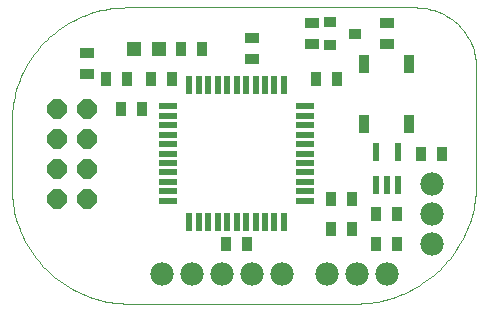
<source format=gts>
G75*
%MOIN*%
%OFA0B0*%
%FSLAX24Y24*%
%IPPOS*%
%LPD*%
%AMOC8*
5,1,8,0,0,1.08239X$1,22.5*
%
%ADD10C,0.0000*%
%ADD11R,0.0355X0.0512*%
%ADD12R,0.0512X0.0355*%
%ADD13R,0.0197X0.0631*%
%ADD14C,0.0780*%
%ADD15R,0.0512X0.0512*%
%ADD16R,0.0394X0.0355*%
%ADD17R,0.0340X0.0640*%
%ADD18R,0.0631X0.0213*%
%ADD19R,0.0213X0.0631*%
%ADD20OC8,0.0640*%
D10*
X004045Y000140D02*
X011608Y000140D01*
X011732Y000142D01*
X011856Y000148D01*
X011979Y000157D01*
X012103Y000170D01*
X012225Y000188D01*
X012347Y000209D01*
X012469Y000233D01*
X012590Y000262D01*
X012709Y000294D01*
X012828Y000329D01*
X012945Y000369D01*
X013062Y000412D01*
X013176Y000458D01*
X013290Y000508D01*
X013402Y000562D01*
X013512Y000619D01*
X013620Y000679D01*
X013726Y000743D01*
X013831Y000810D01*
X013933Y000880D01*
X014033Y000953D01*
X014131Y001029D01*
X014226Y001108D01*
X014319Y001190D01*
X014409Y001275D01*
X014497Y001363D01*
X014582Y001453D01*
X014664Y001546D01*
X014743Y001641D01*
X014819Y001739D01*
X014892Y001839D01*
X014962Y001941D01*
X015029Y002046D01*
X015093Y002152D01*
X015153Y002260D01*
X015210Y002370D01*
X015264Y002482D01*
X015314Y002596D01*
X015360Y002710D01*
X015403Y002827D01*
X015443Y002944D01*
X015478Y003063D01*
X015510Y003182D01*
X015539Y003303D01*
X015563Y003425D01*
X015584Y003547D01*
X015602Y003669D01*
X015615Y003793D01*
X015624Y003916D01*
X015630Y004040D01*
X015632Y004164D01*
X015632Y007984D01*
X015630Y008072D01*
X015624Y008161D01*
X015615Y008248D01*
X015601Y008336D01*
X015584Y008423D01*
X015563Y008508D01*
X015538Y008593D01*
X015510Y008677D01*
X015478Y008759D01*
X015442Y008840D01*
X015403Y008920D01*
X015361Y008997D01*
X015315Y009073D01*
X015266Y009146D01*
X015213Y009217D01*
X015158Y009286D01*
X015100Y009353D01*
X015039Y009417D01*
X014975Y009478D01*
X014908Y009536D01*
X014839Y009591D01*
X014768Y009644D01*
X014695Y009693D01*
X014619Y009739D01*
X014542Y009781D01*
X014462Y009820D01*
X014381Y009856D01*
X014299Y009888D01*
X014215Y009916D01*
X014130Y009941D01*
X014045Y009962D01*
X013958Y009979D01*
X013870Y009993D01*
X013783Y010002D01*
X013694Y010008D01*
X013606Y010010D01*
X003963Y010010D01*
X003840Y010008D01*
X003718Y010002D01*
X003596Y009992D01*
X003474Y009979D01*
X003353Y009961D01*
X003232Y009940D01*
X003112Y009914D01*
X002993Y009885D01*
X002875Y009852D01*
X002758Y009815D01*
X002643Y009775D01*
X002528Y009731D01*
X002416Y009683D01*
X002304Y009631D01*
X002195Y009576D01*
X002087Y009518D01*
X001981Y009456D01*
X001877Y009391D01*
X001776Y009323D01*
X001676Y009251D01*
X001579Y009176D01*
X001485Y009098D01*
X001393Y009017D01*
X001303Y008933D01*
X001217Y008847D01*
X001133Y008757D01*
X001052Y008665D01*
X000974Y008571D01*
X000899Y008474D01*
X000827Y008374D01*
X000759Y008273D01*
X000694Y008169D01*
X000632Y008063D01*
X000574Y007955D01*
X000519Y007846D01*
X000467Y007734D01*
X000419Y007622D01*
X000375Y007507D01*
X000335Y007392D01*
X000298Y007275D01*
X000265Y007157D01*
X000236Y007038D01*
X000210Y006918D01*
X000189Y006797D01*
X000171Y006676D01*
X000158Y006554D01*
X000148Y006432D01*
X000142Y006310D01*
X000140Y006187D01*
X000140Y004045D01*
X000142Y003922D01*
X000148Y003800D01*
X000157Y003678D01*
X000171Y003556D01*
X000188Y003434D01*
X000209Y003313D01*
X000234Y003193D01*
X000263Y003074D01*
X000295Y002956D01*
X000331Y002838D01*
X000371Y002722D01*
X000414Y002607D01*
X000461Y002494D01*
X000512Y002382D01*
X000566Y002272D01*
X000623Y002164D01*
X000684Y002057D01*
X000748Y001953D01*
X000815Y001850D01*
X000886Y001750D01*
X000959Y001652D01*
X001036Y001556D01*
X001116Y001463D01*
X001198Y001372D01*
X001284Y001284D01*
X001372Y001198D01*
X001463Y001116D01*
X001556Y001036D01*
X001652Y000959D01*
X001750Y000886D01*
X001850Y000815D01*
X001953Y000748D01*
X002057Y000684D01*
X002164Y000623D01*
X002272Y000566D01*
X002382Y000512D01*
X002494Y000461D01*
X002607Y000414D01*
X002722Y000371D01*
X002838Y000331D01*
X002956Y000295D01*
X003074Y000263D01*
X003193Y000234D01*
X003313Y000209D01*
X003434Y000188D01*
X003556Y000171D01*
X003678Y000157D01*
X003800Y000148D01*
X003922Y000142D01*
X004045Y000140D01*
D11*
X007286Y002140D03*
X007994Y002140D03*
X010786Y002640D03*
X011494Y002640D03*
X012286Y002140D03*
X012994Y002140D03*
X012994Y003140D03*
X012286Y003140D03*
X011494Y003640D03*
X010786Y003640D03*
X013786Y005140D03*
X014494Y005140D03*
X010994Y007640D03*
X010286Y007640D03*
X006494Y008640D03*
X005786Y008640D03*
X005494Y007640D03*
X004786Y007640D03*
X003994Y007640D03*
X003286Y007640D03*
X003786Y006640D03*
X004494Y006640D03*
D12*
X002640Y007786D03*
X002640Y008494D03*
X008140Y008286D03*
X008140Y008994D03*
X010140Y008786D03*
X010140Y009494D03*
X012640Y009494D03*
X012640Y008786D03*
D13*
X012270Y005202D03*
X013018Y005202D03*
X013018Y004080D03*
X012644Y004080D03*
X012270Y004080D03*
D14*
X014140Y004140D03*
X014140Y003140D03*
X014140Y002140D03*
X012640Y001140D03*
X011640Y001140D03*
X010640Y001140D03*
X009140Y001140D03*
X008140Y001140D03*
X007140Y001140D03*
X006140Y001140D03*
X005140Y001140D03*
D15*
X005053Y008640D03*
X004227Y008640D03*
D16*
X010746Y008766D03*
X011573Y009140D03*
X010746Y009514D03*
D17*
X011890Y008140D03*
X013390Y008140D03*
X013390Y006140D03*
X011890Y006140D03*
D18*
X009923Y006085D03*
X009923Y006400D03*
X009923Y006715D03*
X009923Y005770D03*
X009923Y005455D03*
X009923Y005140D03*
X009923Y004825D03*
X009923Y004510D03*
X009923Y004195D03*
X009923Y003880D03*
X009923Y003565D03*
X005357Y003565D03*
X005357Y003880D03*
X005357Y004195D03*
X005357Y004510D03*
X005357Y004825D03*
X005357Y005140D03*
X005357Y005455D03*
X005357Y005770D03*
X005357Y006085D03*
X005357Y006400D03*
X005357Y006715D03*
D19*
X006065Y007423D03*
X006380Y007423D03*
X006695Y007423D03*
X007010Y007423D03*
X007325Y007423D03*
X007640Y007423D03*
X007955Y007423D03*
X008270Y007423D03*
X008585Y007423D03*
X008900Y007423D03*
X009215Y007423D03*
X009215Y002857D03*
X008900Y002857D03*
X008585Y002857D03*
X008270Y002857D03*
X007955Y002857D03*
X007640Y002857D03*
X007325Y002857D03*
X007010Y002857D03*
X006695Y002857D03*
X006380Y002857D03*
X006065Y002857D03*
D20*
X002640Y003640D03*
X001640Y003640D03*
X001640Y004640D03*
X002640Y004640D03*
X002640Y005640D03*
X001640Y005640D03*
X001640Y006640D03*
X002640Y006640D03*
M02*

</source>
